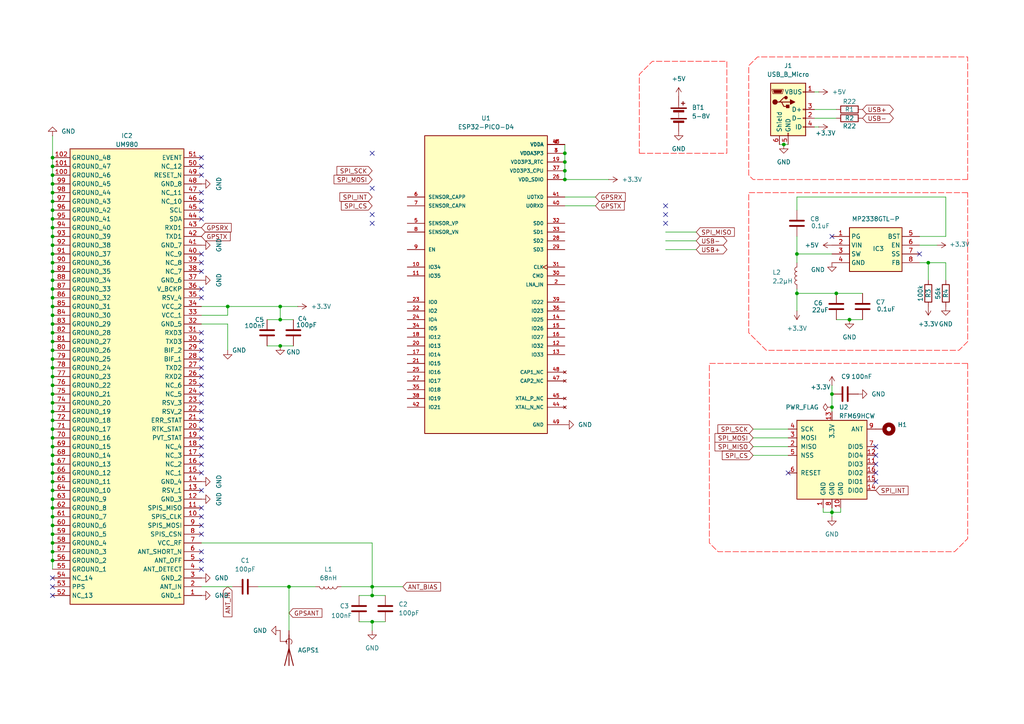
<source format=kicad_sch>
(kicad_sch (version 20250114) (generator "eeschema") (generator_version "9.0")
  (paper "A4")
  (lib_symbols
    (symbol "Connector:USB_B_Micro" (pin_names (offset 1.016))
      (property "Reference" "J" (at -5.08 11.43 0))
      (property "Value" "USB_B_Micro" (at -5.08 8.89 0))
      (symbol "USB_B_Micro_0_1"
        (rectangle (start -5.08 -7.62) (end 5.08 7.62) (stroke (width 0.254)) (fill (type background)))
        (polyline (pts (xy -4.699 5.842) (xy -4.699 5.588) (xy -4.445 4.826) (xy -4.445 4.572) (xy -1.651 4.572) (xy -1.651 4.826) (xy -1.397 5.588) (xy -1.397 5.842) (xy -4.699 5.842)))
        (polyline (pts (xy -4.318 5.588) (xy -1.778 5.588) (xy -2.032 4.826) (xy -4.064 4.826) (xy -4.318 5.588)) (fill (type outline)))
        (circle (center -3.81 2.159) (radius 0.635) (stroke (width 0.254)) (fill (type outline)))
        (polyline (pts (xy -3.175 2.159) (xy -2.54 2.159) (xy -1.27 3.429) (xy -0.635 3.429)) (stroke (width 0.254)))
        (polyline (pts (xy -2.54 2.159) (xy -1.905 2.159) (xy -1.27 0.889) (xy 0 0.889)) (stroke (width 0.254)))
        (polyline (pts (xy -1.905 2.159) (xy 0.635 2.159)) (stroke (width 0.254)))
        (circle (center -0.635 3.429) (radius 0.381) (stroke (width 0.254)) (fill (type outline)))
        (rectangle (start -0.127 -7.62) (end 0.127 -6.858))
        (rectangle (start 0.254 1.27) (end -0.508 0.508) (stroke (width 0.254)) (fill (type outline)))
        (polyline (pts (xy 0.635 2.794) (xy 0.635 1.524) (xy 1.905 2.159) (xy 0.635 2.794)) (stroke (width 0.254)) (fill (type outline)))
        (rectangle (start 5.08 4.953) (end 4.318 5.207))
        (rectangle (start 5.08 -0.127) (end 4.318 0.127))
        (rectangle (start 5.08 -2.667) (end 4.318 -2.413))
        (rectangle (start 5.08 -5.207) (end 4.318 -4.953))
      )
      (symbol "USB_B_Micro_1_1"
        (pin passive line (at -2.54 -10.16 90) (length 2.54) (name "Shield") (number "6"))
        (pin power_out line (at 0 -10.16 90) (length 2.54) (name "GND") (number "5"))
        (pin power_out line (at 7.62 5.08 180) (length 2.54) (name "VBUS") (number "1"))
        (pin bidirectional line (at 7.62 0 180) (length 2.54) (name "D+") (number "3"))
        (pin bidirectional line (at 7.62 -2.54 180) (length 2.54) (name "D-") (number "2"))
        (pin passive line (at 7.62 -5.08 180) (length 2.54) (name "ID") (number "4"))
      )
    )
    (symbol "Device:Antenna_Shield" (pin_numbers (hide yes)) (pin_names (offset 1.016) (hide yes))
      (property "Reference" "AE" (at -1.905 4.445 0))
      (property "Value" "Antenna_Shield" (at -1.905 2.54 0))
      (symbol "Antenna_Shield_0_1"
        (arc (start 0 -2.667) (mid -0.8485 -2.1032) (end -0.508 -1.143))
        (polyline (pts (xy 0 5.08) (xy 0 -3.81)) (stroke (width 0.254)))
        (polyline (pts (xy 0 -2.54) (xy 0 0)))
        (arc (start 0.508 -1.143) (mid 0.8046 -2.0885) (end 0 -2.667))
        (polyline (pts (xy 0.762 -1.905) (xy 2.54 -1.905)))
        (circle (center 0.762 -1.905) (radius 0.1778) (fill (type outline)))
        (polyline (pts (xy 1.27 5.08) (xy 0 0) (xy -1.27 5.08)) (stroke (width 0.254)))
        (polyline (pts (xy 2.54 -2.54) (xy 2.54 -1.905)))
      )
      (symbol "Antenna_Shield_1_1"
        (pin input line (at 0 -5.08 90) (length 2.54) (name "A") (number "1"))
        (pin input line (at 2.54 -5.08 90) (length 2.54) (name "Shield") (number "2"))
      )
    )
    (symbol "Device:Battery" (pin_numbers (hide yes)) (pin_names (offset 0) (hide yes))
      (property "Reference" "BT" (at 2.54 2.54 0))
      (property "Value" "Battery" (at 2.54 0 0))
      (symbol "Battery_0_1"
        (rectangle (start -2.286 1.778) (end 2.286 1.524) (fill (type outline)))
        (rectangle (start -2.286 -1.27) (end 2.286 -1.524) (fill (type outline)))
        (rectangle (start -1.524 1.016) (end 1.524 0.508) (fill (type outline)))
        (rectangle (start -1.524 -2.032) (end 1.524 -2.54) (fill (type outline)))
        (polyline (pts (xy 0 1.778) (xy 0 2.54)))
        (polyline (pts (xy 0 0) (xy 0 0.254)))
        (polyline (pts (xy 0 -0.508) (xy 0 -0.254)))
        (polyline (pts (xy 0 -1.016) (xy 0 -0.762)))
        (polyline (pts (xy 0.762 3.048) (xy 1.778 3.048)) (stroke (width 0.254)))
        (polyline (pts (xy 1.27 3.556) (xy 1.27 2.54)) (stroke (width 0.254)))
      )
      (symbol "Battery_1_1"
        (pin passive line (at 0 5.08 270) (length 2.54) (name "+") (number "1"))
        (pin passive line (at 0 -5.08 90) (length 2.54) (name "-") (number "2"))
      )
    )
    (symbol "Device:C" (pin_numbers (hide yes)) (pin_names (offset 0.254))
      (property "Reference" "C" (at 0.635 2.54 0))
      (property "Value" "C" (at 0.635 -2.54 0))
      (symbol "C_0_1"
        (polyline (pts (xy -2.032 0.762) (xy 2.032 0.762)) (stroke (width 0.508)))
        (polyline (pts (xy -2.032 -0.762) (xy 2.032 -0.762)) (stroke (width 0.508)))
      )
      (symbol "C_1_1"
        (pin passive line (at 0 3.81 270) (length 2.794) (name "~") (number "1"))
        (pin passive line (at 0 -3.81 90) (length 2.794) (name "~") (number "2"))
      )
    )
    (symbol "Device:L" (pin_numbers (hide yes)) (pin_names (offset 1.016) (hide yes))
      (property "Reference" "L" (at -1.27 0 90))
      (property "Value" "L" (at 1.905 0 90))
      (symbol "L_0_1"
        (arc (start 0 2.54) (mid 0.6323 1.905) (end 0 1.27))
        (arc (start 0 1.27) (mid 0.6323 0.635) (end 0 0))
        (arc (start 0 0) (mid 0.6323 -0.635) (end 0 -1.27))
        (arc (start 0 -1.27) (mid 0.6323 -1.905) (end 0 -2.54))
      )
      (symbol "L_1_1"
        (pin passive line (at 0 3.81 270) (length 1.27) (name "1") (number "1"))
        (pin passive line (at 0 -3.81 90) (length 1.27) (name "2") (number "2"))
      )
    )
    (symbol "Device:R" (pin_numbers (hide yes)) (pin_names (offset 0))
      (property "Reference" "R" (at 2.032 0 90))
      (property "Value" "R" (at 0 0 90))
      (symbol "R_0_1"
        (rectangle (start -1.016 -2.54) (end 1.016 2.54) (stroke (width 0.254)))
      )
      (symbol "R_1_1"
        (pin passive line (at 0 3.81 270) (length 1.27) (name "~") (number "1"))
        (pin passive line (at 0 -3.81 90) (length 1.27) (name "~") (number "2"))
      )
    )
    (symbol "ESP32-PICO:ESP32-PICO-D4" (pin_names (offset 1.016))
      (property "Reference" "U" (at -17.78 44.069 0))
      (property "Value" "ESP32-PICO-D4" (at -17.78 -45.72 0))
      (symbol "ESP32-PICO-D4_0_0"
        (rectangle (start -17.78 -43.18) (end 17.78 43.18) (stroke (width 0.254)) (fill (type background)))
        (pin input line (at -22.86 25.4 0) (length 5.08) (name "SENSOR_CAPP") (number "6"))
        (pin input line (at -22.86 22.86 0) (length 5.08) (name "SENSOR_CAPN") (number "7"))
        (pin input line (at -22.86 17.78 0) (length 5.08) (name "SENSOR_VP") (number "5"))
        (pin input line (at -22.86 15.24 0) (length 5.08) (name "SENSOR_VN") (number "8"))
        (pin input line (at -22.86 10.16 0) (length 5.08) (name "EN") (number "9"))
        (pin input line (at -22.86 5.08 0) (length 5.08) (name "IO34") (number "10"))
        (pin input line (at -22.86 2.54 0) (length 5.08) (name "IO35") (number "11"))
        (pin bidirectional line (at -22.86 -5.08 0) (length 5.08) (name "IO0") (number "23"))
        (pin bidirectional line (at -22.86 -7.62 0) (length 5.08) (name "IO2") (number "22"))
        (pin bidirectional line (at -22.86 -10.16 0) (length 5.08) (name "IO4") (number "24"))
        (pin bidirectional line (at -22.86 -12.7 0) (length 5.08) (name "IO5") (number "34"))
        (pin bidirectional line (at -22.86 -15.24 0) (length 5.08) (name "IO12") (number "18"))
        (pin bidirectional line (at -22.86 -17.78 0) (length 5.08) (name "IO13") (number "20"))
        (pin bidirectional line (at -22.86 -20.32 0) (length 5.08) (name "IO14") (number "17"))
        (pin bidirectional line (at -22.86 -22.86 0) (length 5.08) (name "IO15") (number "21"))
        (pin bidirectional line (at -22.86 -25.4 0) (length 5.08) (name "IO16") (number "25"))
        (pin bidirectional line (at -22.86 -27.94 0) (length 5.08) (name "IO17") (number "27"))
        (pin bidirectional line (at -22.86 -30.48 0) (length 5.08) (name "IO18") (number "35"))
        (pin bidirectional line (at -22.86 -33.02 0) (length 5.08) (name "IO19") (number "38"))
        (pin bidirectional line (at -22.86 -35.56 0) (length 5.08) (name "IO21") (number "42"))
        (pin power_in line (at 22.86 40.64 180) (length 5.08) (name "VDDA") (number "1"))
        (pin power_in line (at 22.86 40.64 180) (length 5.08) (name "VDDA") (number "43"))
        (pin power_in line (at 22.86 40.64 180) (length 5.08) (name "VDDA") (number "46"))
        (pin power_in line (at 22.86 38.1 180) (length 5.08) (name "VDDA3P3") (number "3"))
        (pin power_in line (at 22.86 38.1 180) (length 5.08) (name "VDDA3P3") (number "4"))
        (pin power_in line (at 22.86 35.56 180) (length 5.08) (name "VDD3P3_RTC") (number "19"))
        (pin power_in line (at 22.86 33.02 180) (length 5.08) (name "VDD3P3_CPU") (number "37"))
        (pin power_in line (at 22.86 30.48 180) (length 5.08) (name "VDD_SDIO") (number "26"))
        (pin bidirectional line (at 22.86 25.4 180) (length 5.08) (name "U0TXD") (number "41"))
        (pin bidirectional line (at 22.86 22.86 180) (length 5.08) (name "U0RXD") (number "40"))
        (pin bidirectional line (at 22.86 17.78 180) (length 5.08) (name "SD0") (number "32"))
        (pin bidirectional line (at 22.86 15.24 180) (length 5.08) (name "SD1") (number "33"))
        (pin bidirectional line (at 22.86 12.7 180) (length 5.08) (name "SD2") (number "28"))
        (pin bidirectional line (at 22.86 10.16 180) (length 5.08) (name "SD3") (number "29"))
        (pin bidirectional clock (at 22.86 5.08 180) (length 5.08) (name "CLK") (number "31"))
        (pin bidirectional line (at 22.86 2.54 180) (length 5.08) (name "CMD") (number "30"))
        (pin bidirectional line (at 22.86 0 180) (length 5.08) (name "LNA_IN") (number "2"))
        (pin bidirectional line (at 22.86 -5.08 180) (length 5.08) (name "IO22") (number "39"))
        (pin bidirectional line (at 22.86 -7.62 180) (length 5.08) (name "IO23") (number "36"))
        (pin bidirectional line (at 22.86 -10.16 180) (length 5.08) (name "IO25") (number "14"))
        (pin bidirectional line (at 22.86 -12.7 180) (length 5.08) (name "IO26") (number "15"))
        (pin bidirectional line (at 22.86 -15.24 180) (length 5.08) (name "IO27") (number "16"))
        (pin bidirectional line (at 22.86 -17.78 180) (length 5.08) (name "IO32") (number "12"))
        (pin bidirectional line (at 22.86 -20.32 180) (length 5.08) (name "IO33") (number "13"))
        (pin no_connect line (at 22.86 -25.4 180) (length 5.08) (name "CAP1_NC") (number "48"))
        (pin no_connect line (at 22.86 -27.94 180) (length 5.08) (name "CAP2_NC") (number "47"))
        (pin no_connect line (at 22.86 -33.02 180) (length 5.08) (name "XTAL_P_NC") (number "45"))
        (pin no_connect line (at 22.86 -35.56 180) (length 5.08) (name "XTAL_N_NC") (number "44"))
        (pin power_in line (at 22.86 -40.64 180) (length 5.08) (name "GND") (number "49"))
      )
    )
    (symbol "Mechanical:MountingHole_Pad" (pin_numbers (hide yes)) (pin_names (offset 1.016) (hide yes)) (in_bom no)
      (property "Reference" "H" (at 0 6.35 0))
      (property "Value" "MountingHole_Pad" (at 0 4.445 0))
      (symbol "MountingHole_Pad_0_1"
        (circle (center 0 1.27) (radius 1.27) (stroke (width 1.27)))
      )
      (symbol "MountingHole_Pad_1_1"
        (pin input line (at 0 -2.54 90) (length 2.54) (name "1") (number "1"))
      )
    )
    (symbol "RF_Module:RFM69HCW" (pin_names (offset 1.016))
      (property "Reference" "U" (at -10.414 11.684 0))
      (property "Value" "RFM69HCW" (at 1.524 11.43 0))
      (symbol "RFM69HCW_0_1"
        (rectangle (start -10.16 10.16) (end 10.16 -12.7) (stroke (width 0.254)) (fill (type background)))
      )
      (symbol "RFM69HCW_1_1"
        (pin input line (at -12.7 7.62 0) (length 2.54) (name "SCK") (number "4"))
        (pin input line (at -12.7 5.08 0) (length 2.54) (name "MOSI") (number "3"))
        (pin output line (at -12.7 2.54 0) (length 2.54) (name "MISO") (number "2"))
        (pin input line (at -12.7 0 0) (length 2.54) (name "NSS") (number "5"))
        (pin bidirectional line (at -12.7 -5.08 0) (length 2.54) (name "RESET") (number "6"))
        (pin power_in line (at -2.54 -15.24 90) (length 2.54) (name "GND") (number "1"))
        (pin power_in line (at 0 12.7 270) (length 2.54) (name "3.3V") (number "13"))
        (pin power_in line (at 0 -15.24 90) (length 2.54) (name "GND") (number "8"))
        (pin power_in line (at 2.54 -15.24 90) (length 2.54) (name "GND") (number "10"))
        (pin bidirectional line (at 12.7 7.62 180) (length 2.54) (name "ANT") (number "9"))
        (pin bidirectional line (at 12.7 2.54 180) (length 2.54) (name "DIO5") (number "7"))
        (pin bidirectional line (at 12.7 0 180) (length 2.54) (name "DIO4") (number "12"))
        (pin bidirectional line (at 12.7 -2.54 180) (length 2.54) (name "DIO3") (number "11"))
        (pin bidirectional line (at 12.7 -5.08 180) (length 2.54) (name "DIO2") (number "16"))
        (pin bidirectional line (at 12.7 -7.62 180) (length 2.54) (name "DIO1") (number "15"))
        (pin bidirectional line (at 12.7 -10.16 180) (length 2.54) (name "DIO0") (number "14"))
      )
    )
    (symbol "SamacSys_Parts:MP2338GTL-P"
      (property "Reference" "IC" (at 21.59 7.62 0))
      (property "Value" "MP2338GTL-P" (at 21.59 5.08 0))
      (symbol "MP2338GTL-P_1_1"
        (rectangle (start 5.08 2.54) (end 20.32 -10.16) (stroke (width 0.254)) (fill (type background)))
        (pin passive line (at 0 0 0) (length 5.08) (name "PG") (number "1"))
        (pin passive line (at 0 -2.54 0) (length 5.08) (name "VIN") (number "2"))
        (pin passive line (at 0 -5.08 0) (length 5.08) (name "SW") (number "3"))
        (pin passive line (at 0 -7.62 0) (length 5.08) (name "GND") (number "4"))
        (pin passive line (at 25.4 0 180) (length 5.08) (name "BST") (number "5"))
        (pin passive line (at 25.4 -2.54 180) (length 5.08) (name "EN") (number "6"))
        (pin passive line (at 25.4 -5.08 180) (length 5.08) (name "SS") (number "7"))
        (pin passive line (at 25.4 -7.62 180) (length 5.08) (name "FB") (number "8"))
      )
    )
    (symbol "SamacSys_Parts:UM980"
      (property "Reference" "IC" (at 39.37 7.62 0))
      (property "Value" "UM980" (at 39.37 5.08 0))
      (symbol "UM980_1_1"
        (rectangle (start 5.08 2.54) (end 38.1 -129.54) (stroke (width 0.254)) (fill (type background)))
        (pin passive line (at 0 0 0) (length 5.08) (name "GND_1") (number "1"))
        (pin passive line (at 0 -2.54 0) (length 5.08) (name "ANT_IN") (number "2"))
        (pin passive line (at 0 -5.08 0) (length 5.08) (name "GND_2") (number "3"))
        (pin passive line (at 0 -7.62 0) (length 5.08) (name "ANT_DETECT") (number "4"))
        (pin passive line (at 0 -10.16 0) (length 5.08) (name "ANT_OFF") (number "5"))
        (pin passive line (at 0 -12.7 0) (length 5.08) (name "ANT_SHORT_N") (number "6"))
        (pin passive line (at 0 -15.24 0) (length 5.08) (name "VCC_RF") (number "7"))
        (pin passive line (at 0 -17.78 0) (length 5.08) (name "SPIS_CSN") (number "8"))
        (pin passive line (at 0 -20.32 0) (length 5.08) (name "SPIS_MOSI") (number "9"))
        (pin passive line (at 0 -22.86 0) (length 5.08) (name "SPIS_CLK") (number "10"))
        (pin passive line (at 0 -25.4 0) (length 5.08) (name "SPIS_MISO") (number "11"))
        (pin passive line (at 0 -27.94 0) (length 5.08) (name "GND_3") (number "12"))
        (pin passive line (at 0 -30.48 0) (length 5.08) (name "RSV_1") (number "13"))
        (pin passive line (at 0 -33.02 0) (length 5.08) (name "GND_4") (number "14"))
        (pin passive line (at 0 -35.56 0) (length 5.08) (name "NC_1") (number "15"))
        (pin passive line (at 0 -38.1 0) (length 5.08) (name "NC_2") (number "16"))
        (pin passive line (at 0 -40.64 0) (length 5.08) (name "NC_3") (number "17"))
        (pin passive line (at 0 -43.18 0) (length 5.08) (name "NC_4") (number "18"))
        (pin passive line (at 0 -45.72 0) (length 5.08) (name "PVT_STAT") (number "19"))
        (pin passive line (at 0 -48.26 0) (length 5.08) (name "RTK_STAT") (number "20"))
        (pin passive line (at 0 -50.8 0) (length 5.08) (name "ERR_STAT") (number "21"))
        (pin passive line (at 0 -53.34 0) (length 5.08) (name "RSV_2") (number "22"))
        (pin passive line (at 0 -55.88 0) (length 5.08) (name "RSV_3") (number "23"))
        (pin passive line (at 0 -58.42 0) (length 5.08) (name "NC_5") (number "24"))
        (pin passive line (at 0 -60.96 0) (length 5.08) (name "NC_6") (number "25"))
        (pin passive line (at 0 -63.5 0) (length 5.08) (name "RXD2") (number "26"))
        (pin passive line (at 0 -66.04 0) (length 5.08) (name "TXD2") (number "27"))
        (pin passive line (at 0 -68.58 0) (length 5.08) (name "BIF_1") (number "28"))
        (pin passive line (at 0 -71.12 0) (length 5.08) (name "BIF_2") (number "29"))
        (pin passive line (at 0 -73.66 0) (length 5.08) (name "TXD3") (number "30"))
        (pin passive line (at 0 -76.2 0) (length 5.08) (name "RXD3") (number "31"))
        (pin passive line (at 0 -78.74 0) (length 5.08) (name "GND_5") (number "32"))
        (pin passive line (at 0 -81.28 0) (length 5.08) (name "VCC_1") (number "33"))
        (pin passive line (at 0 -83.82 0) (length 5.08) (name "VCC_2") (number "34"))
        (pin passive line (at 0 -86.36 0) (length 5.08) (name "RSV_4") (number "35"))
        (pin passive line (at 0 -88.9 0) (length 5.08) (name "V_BCKP") (number "36"))
        (pin passive line (at 0 -91.44 0) (length 5.08) (name "GND_6") (number "37"))
        (pin passive line (at 0 -93.98 0) (length 5.08) (name "NC_7") (number "38"))
        (pin passive line (at 0 -96.52 0) (length 5.08) (name "NC_8") (number "39"))
        (pin passive line (at 0 -99.06 0) (length 5.08) (name "NC_9") (number "40"))
        (pin passive line (at 0 -101.6 0) (length 5.08) (name "GND_7") (number "41"))
        (pin passive line (at 0 -104.14 0) (length 5.08) (name "TXD1") (number "42"))
        (pin passive line (at 0 -106.68 0) (length 5.08) (name "RXD1") (number "43"))
        (pin passive line (at 0 -109.22 0) (length 5.08) (name "SDA") (number "44"))
        (pin passive line (at 0 -111.76 0) (length 5.08) (name "SCL") (number "45"))
        (pin passive line (at 0 -114.3 0) (length 5.08) (name "NC_10") (number "46"))
        (pin passive line (at 0 -116.84 0) (length 5.08) (name "NC_11") (number "47"))
        (pin passive line (at 0 -119.38 0) (length 5.08) (name "GND_8") (number "48"))
        (pin passive line (at 0 -121.92 0) (length 5.08) (name "RESET_N") (number "49"))
        (pin passive line (at 0 -124.46 0) (length 5.08) (name "NC_12") (number "50"))
        (pin passive line (at 0 -127 0) (length 5.08) (name "EVENT") (number "51"))
        (pin passive line (at 43.18 0 180) (length 5.08) (name "NC_13") (number "52"))
        (pin passive line (at 43.18 -2.54 180) (length 5.08) (name "PPS") (number "53"))
        (pin passive line (at 43.18 -5.08 180) (length 5.08) (name "NC_14") (number "54"))
        (pin passive line (at 43.18 -7.62 180) (length 5.08) (name "GROUND_1") (number "55"))
        (pin passive line (at 43.18 -10.16 180) (length 5.08) (name "GROUND_2") (number "56"))
        (pin passive line (at 43.18 -12.7 180) (length 5.08) (name "GROUND_3") (number "57"))
        (pin passive line (at 43.18 -15.24 180) (length 5.08) (name "GROUND_4") (number "58"))
        (pin passive line (at 43.18 -17.78 180) (length 5.08) (name "GROUND_5") (number "59"))
        (pin passive line (at 43.18 -20.32 180) (length 5.08) (name "GROUND_6") (number "60"))
        (pin passive line (at 43.18 -22.86 180) (length 5.08) (name "GROUND_7") (number "61"))
        (pin passive line (at 43.18 -25.4 180) (length 5.08) (name "GROUND_8") (number "62"))
        (pin passive line (at 43.18 -27.94 180) (length 5.08) (name "GROUND_9") (number "63"))
        (pin passive line (at 43.18 -30.48 180) (length 5.08) (name "GROUND_10") (number "64"))
        (pin passive line (at 43.18 -33.02 180) (length 5.08) (name "GROUND_11") (number "65"))
        (pin passive line (at 43.18 -35.56 180) (length 5.08) (name "GROUND_12") (number "66"))
        (pin passive line (at 43.18 -38.1 180) (length 5.08) (name "GROUND_13") (number "67"))
        (pin passive line (at 43.18 -40.64 180) (length 5.08) (name "GROUND_14") (number "68"))
        (pin passive line (at 43.18 -43.18 180) (length 5.08) (name "GROUND_15") (number "69"))
        (pin passive line (at 43.18 -45.72 180) (length 5.08) (name "GROUND_16") (number "70"))
        (pin passive line (at 43.18 -48.26 180) (length 5.08) (name "GROUND_17") (number "71"))
        (pin passive line (at 43.18 -50.8 180) (length 5.08) (name "GROUND_18") (number "72"))
        (pin passive line (at 43.18 -53.34 180) (length 5.08) (name "GROUND_19") (number "73"))
        (pin passive line (at 43.18 -55.88 180) (length 5.08) (name "GROUND_20") (number "74"))
        (pin passive line (at 43.18 -58.42 180) (length 5.08) (name "GROUND_21") (number "75"))
        (pin passive line (at 43.18 -60.96 180) (length 5.08) (name "GROUND_22") (number "76"))
        (pin passive line (at 43.18 -63.5 180) (length 5.08) (name "GROUND_23") (number "77"))
        (pin passive line (at 43.18 -66.04 180) (length 5.08) (name "GROUND_24") (number "78"))
        (pin passive line (at 43.18 -68.58 180) (length 5.08) (name "GROUND_25") (number "79"))
        (pin passive line (at 43.18 -71.12 180) (length 5.08) (name "GROUND_26") (number "80"))
        (pin passive line (at 43.18 -73.66 180) (length 5.08) (name "GROUND_27") (number "81"))
        (pin passive line (at 43.18 -76.2 180) (length 5.08) (name "GROUND_28") (number "82"))
        (pin passive line (at 43.18 -78.74 180) (length 5.08) (name "GROUND_29") (number "83"))
        (pin passive line (at 43.18 -81.28 180) (length 5.08) (name "GROUND_30") (number "84"))
        (pin passive line (at 43.18 -83.82 180) (length 5.08) (name "GROUND_31") (number "85"))
        (pin passive line (at 43.18 -86.36 180) (length 5.08) (name "GROUND_32") (number "86"))
        (pin passive line (at 43.18 -88.9 180) (length 5.08) (name "GROUND_33") (number "87"))
        (pin passive line (at 43.18 -91.44 180) (length 5.08) (name "GROUND_34") (number "88"))
        (pin passive line (at 43.18 -93.98 180) (length 5.08) (name "GROUND_35") (number "89"))
        (pin passive line (at 43.18 -96.52 180) (length 5.08) (name "GROUND_36") (number "90"))
        (pin passive line (at 43.18 -99.06 180) (length 5.08) (name "GROUND_37") (number "91"))
        (pin passive line (at 43.18 -101.6 180) (length 5.08) (name "GROUND_38") (number "92"))
        (pin passive line (at 43.18 -104.14 180) (length 5.08) (name "GROUND_39") (number "93"))
        (pin passive line (at 43.18 -106.68 180) (length 5.08) (name "GROUND_40") (number "94"))
        (pin passive line (at 43.18 -109.22 180) (length 5.08) (name "GROUND_41") (number "95"))
        (pin passive line (at 43.18 -111.76 180) (length 5.08) (name "GROUND_42") (number "96"))
        (pin passive line (at 43.18 -114.3 180) (length 5.08) (name "GROUND_43") (number "97"))
        (pin passive line (at 43.18 -116.84 180) (length 5.08) (name "GROUND_44") (number "98"))
        (pin passive line (at 43.18 -119.38 180) (length 5.08) (name "GROUND_45") (number "99"))
        (pin passive line (at 43.18 -121.92 180) (length 5.08) (name "GROUND_46") (number "100"))
        (pin passive line (at 43.18 -124.46 180) (length 5.08) (name "GROUND_47") (number "101"))
        (pin passive line (at 43.18 -127 180) (length 5.08) (name "GROUND_48") (number "102"))
      )
    )
    (symbol "power:+3.3V" (power) (pin_numbers (hide yes)) (pin_names (offset 0) (hide yes))
      (property "Value" "+3.3V" (at 0 3.556 0))
      (symbol "+3.3V_0_1"
        (polyline (pts (xy -0.762 1.27) (xy 0 2.54)))
        (polyline (pts (xy 0 2.54) (xy 0.762 1.27)))
        (polyline (pts (xy 0 0) (xy 0 2.54)))
      )
      (symbol "+3.3V_1_1"
        (pin power_in line (at 0 0 90) (length 0) (name "~") (number "1"))
      )
    )
    (symbol "power:+5V" (power) (pin_numbers (hide yes)) (pin_names (offset 0) (hide yes))
      (property "Value" "+5V" (at 0 3.556 0))
      (symbol "+5V_0_1"
        (polyline (pts (xy -0.762 1.27) (xy 0 2.54)))
        (polyline (pts (xy 0 2.54) (xy 0.762 1.27)))
        (polyline (pts (xy 0 0) (xy 0 2.54)))
      )
      (symbol "+5V_1_1"
        (pin power_in line (at 0 0 90) (length 0) (name "~") (number "1"))
      )
    )
    (symbol "power:GND" (power) (pin_numbers (hide yes)) (pin_names (offset 0) (hide yes))
      (property "Value" "GND" (at 0 -3.81 0))
      (symbol "GND_0_1"
        (polyline (pts (xy 0 0) (xy 0 -1.27) (xy 1.27 -1.27) (xy 0 -2.54) (xy -1.27 -1.27) (xy 0 -1.27)))
      )
      (symbol "GND_1_1"
        (pin power_in line (at 0 0 270) (length 0) (name "~") (number "1"))
      )
    )
    (symbol "power:PWR_FLAG" (power) (pin_numbers (hide yes)) (pin_names (offset 0) (hide yes))
      (property "Value" "PWR_FLAG" (at 0 3.81 0))
      (symbol "PWR_FLAG_0_0"
        (pin power_out line (at 0 0 90) (length 0) (name "~") (number "1"))
      )
      (symbol "PWR_FLAG_0_1"
        (polyline (pts (xy 0 0) (xy 0 1.27) (xy -1.016 1.905) (xy 0 2.54) (xy 1.016 1.905) (xy 0 1.27)))
      )
    )
  )
  (junction (at 15.24 160.02))
  (junction (at 15.24 129.54))
  (junction (at 163.83 46.99))
  (junction (at 15.24 63.5))
  (junction (at 107.95 170.18))
  (junction (at 15.24 58.42))
  (junction (at 241.3 118.11))
  (junction (at 269.24 76.2))
  (junction (at 231.14 85.09))
  (junction (at 81.28 88.9))
  (junction (at 15.24 154.94))
  (junction (at 15.24 96.52))
  (junction (at 163.83 52.07))
  (junction (at 15.24 132.08))
  (junction (at 15.24 109.22))
  (junction (at 15.24 66.04))
  (junction (at 15.24 73.66))
  (junction (at 15.24 116.84))
  (junction (at 15.24 88.9))
  (junction (at 241.3 114.3))
  (junction (at 231.14 73.66))
  (junction (at 15.24 50.8))
  (junction (at 15.24 91.44))
  (junction (at 15.24 55.88))
  (junction (at 83.82 170.18))
  (junction (at 107.95 180.34))
  (junction (at 241.3 148.59))
  (junction (at 15.24 78.74))
  (junction (at 15.24 144.78))
  (junction (at 15.24 48.26))
  (junction (at 15.24 157.48))
  (junction (at 15.24 114.3))
  (junction (at 15.24 152.4))
  (junction (at 15.24 104.14))
  (junction (at 242.57 85.09))
  (junction (at 15.24 93.98))
  (junction (at 81.28 92.71))
  (junction (at 227.33 41.91))
  (junction (at 15.24 81.28))
  (junction (at 15.24 149.86))
  (junction (at 163.83 44.45))
  (junction (at 15.24 60.96))
  (junction (at 15.24 76.2))
  (junction (at 15.24 139.7))
  (junction (at 15.24 101.6))
  (junction (at 15.24 121.92))
  (junction (at 15.24 68.58))
  (junction (at 15.24 99.06))
  (junction (at 15.24 45.72))
  (junction (at 81.28 100.33))
  (junction (at 15.24 127))
  (junction (at 15.24 111.76))
  (junction (at 15.24 147.32))
  (junction (at 15.24 124.46))
  (junction (at 15.24 142.24))
  (junction (at 15.24 106.68))
  (junction (at 107.95 172.72))
  (junction (at 163.83 49.53))
  (junction (at 15.24 71.12))
  (junction (at 15.24 83.82))
  (junction (at 15.24 119.38))
  (junction (at 66.04 88.9))
  (junction (at 15.24 137.16))
  (junction (at 15.24 162.56))
  (junction (at 246.38 92.71))
  (junction (at 15.24 134.62))
  (junction (at 15.24 86.36))
  (junction (at 15.24 53.34))
  (no_connect (at 228.6 137.16))
  (no_connect (at 58.42 114.3))
  (no_connect (at 58.42 60.96))
  (no_connect (at 58.42 134.62))
  (no_connect (at 58.42 162.56))
  (no_connect (at 58.42 45.72))
  (no_connect (at 15.24 167.64))
  (no_connect (at 58.42 109.22))
  (no_connect (at 58.42 104.14))
  (no_connect (at 58.42 86.36))
  (no_connect (at 58.42 116.84))
  (no_connect (at 58.42 111.76))
  (no_connect (at 58.42 119.38))
  (no_connect (at 58.42 147.32))
  (no_connect (at 58.42 106.68))
  (no_connect (at 58.42 99.06))
  (no_connect (at 58.42 129.54))
  (no_connect (at 254 129.54))
  (no_connect (at 254 137.16))
  (no_connect (at 58.42 160.02))
  (no_connect (at 58.42 48.26))
  (no_connect (at 15.24 172.72))
  (no_connect (at 58.42 132.08))
  (no_connect (at 193.04 59.69))
  (no_connect (at 107.95 62.23))
  (no_connect (at 58.42 58.42))
  (no_connect (at 58.42 101.6))
  (no_connect (at 58.42 149.86))
  (no_connect (at 193.04 64.77))
  (no_connect (at 58.42 142.24))
  (no_connect (at 58.42 78.74))
  (no_connect (at 58.42 50.8))
  (no_connect (at 107.95 54.61))
  (no_connect (at 241.3 68.58))
  (no_connect (at 58.42 73.66))
  (no_connect (at 58.42 76.2))
  (no_connect (at 58.42 127))
  (no_connect (at 58.42 55.88))
  (no_connect (at 58.42 83.82))
  (no_connect (at 58.42 152.4))
  (no_connect (at 58.42 121.92))
  (no_connect (at 58.42 154.94))
  (no_connect (at 266.7 73.66))
  (no_connect (at 107.95 44.45))
  (no_connect (at 58.42 96.52))
  (no_connect (at 58.42 63.5))
  (no_connect (at 58.42 124.46))
  (no_connect (at 107.95 64.77))
  (no_connect (at 254 134.62))
  (no_connect (at 193.04 62.23))
  (no_connect (at 58.42 137.16))
  (no_connect (at 254 132.08))
  (no_connect (at 254 139.7))
  (no_connect (at 58.42 165.1))
  (no_connect (at 15.24 170.18))
  (wire (pts (xy 15.24 137.16) (xy 15.24 139.7)))
  (wire (pts (xy 15.24 50.8) (xy 15.24 53.34)))
  (wire (pts (xy 15.24 132.08) (xy 15.24 134.62)))
  (wire (pts (xy 15.24 78.74) (xy 15.24 81.28)))
  (wire (pts (xy 231.14 85.09) (xy 242.57 85.09)))
  (wire (pts (xy 107.95 180.34) (xy 107.95 182.88)))
  (wire (pts (xy 15.24 144.78) (xy 15.24 147.32)))
  (wire (pts (xy 274.32 76.2) (xy 274.32 81.28)))
  (wire (pts (xy 163.83 59.69) (xy 172.72 59.69)))
  (wire (pts (xy 15.24 114.3) (xy 15.24 116.84)))
  (wire (pts (xy 66.04 88.9) (xy 81.28 88.9)))
  (wire (pts (xy 15.24 68.58) (xy 15.24 71.12)))
  (wire (pts (xy 163.83 46.99) (xy 163.83 49.53)))
  (wire (pts (xy 15.24 139.7) (xy 15.24 142.24)))
  (wire (pts (xy 66.04 91.44) (xy 66.04 88.9)))
  (wire (pts (xy 163.83 49.53) (xy 163.83 52.07)))
  (wire (pts (xy 274.32 57.15) (xy 274.32 68.58)))
  (wire (pts (xy 15.24 121.92) (xy 15.24 124.46)))
  (wire (pts (xy 66.04 93.98) (xy 58.42 93.98)))
  (wire (pts (xy 15.24 106.68) (xy 15.24 109.22)))
  (wire (pts (xy 15.24 160.02) (xy 15.24 162.56)))
  (wire (pts (xy 238.76 147.32) (xy 238.76 148.59)))
  (wire (pts (xy 236.22 36.83) (xy 237.49 36.83)))
  (wire (pts (xy 236.22 26.67) (xy 237.49 26.67)))
  (wire (pts (xy 241.3 73.66) (xy 231.14 73.66)))
  (wire (pts (xy 83.82 170.18) (xy 83.82 182.88)))
  (wire (pts (xy 15.24 106.68) (xy 15.24 104.14)))
  (wire (pts (xy 15.24 124.46) (xy 15.24 127)))
  (wire (pts (xy 15.24 127) (xy 15.24 129.54)))
  (wire (pts (xy 15.24 45.72) (xy 15.24 39.37)))
  (wire (pts (xy 15.24 71.12) (xy 15.24 73.66)))
  (wire (pts (xy 15.24 60.96) (xy 15.24 63.5)))
  (wire (pts (xy 15.24 142.24) (xy 15.24 144.78)))
  (wire (pts (xy 218.44 132.08) (xy 228.6 132.08)))
  (wire (pts (xy 77.47 100.33) (xy 81.28 100.33)))
  (wire (pts (xy 15.24 147.32) (xy 15.24 149.86)))
  (wire (pts (xy 15.24 48.26) (xy 15.24 45.72)))
  (wire (pts (xy 15.24 48.26) (xy 15.24 50.8)))
  (wire (pts (xy 15.24 152.4) (xy 15.24 154.94)))
  (wire (pts (xy 231.14 85.09) (xy 231.14 90.17)))
  (wire (pts (xy 107.95 157.48) (xy 107.95 170.18)))
  (wire (pts (xy 15.24 73.66) (xy 15.24 76.2)))
  (wire (pts (xy 227.33 41.91) (xy 228.6 41.91)))
  (wire (pts (xy 15.24 119.38) (xy 15.24 121.92)))
  (wire (pts (xy 81.28 100.33) (xy 85.09 100.33)))
  (wire (pts (xy 238.76 148.59) (xy 241.3 148.59)))
  (wire (pts (xy 231.14 68.58) (xy 231.14 73.66)))
  (wire (pts (xy 15.24 157.48) (xy 15.24 160.02)))
  (wire (pts (xy 193.04 69.85) (xy 201.93 69.85)))
  (wire (pts (xy 15.24 91.44) (xy 15.24 93.98)))
  (wire (pts (xy 74.93 170.18) (xy 83.82 170.18)))
  (wire (pts (xy 15.24 55.88) (xy 15.24 53.34)))
  (wire (pts (xy 246.38 92.71) (xy 250.19 92.71)))
  (wire (pts (xy 15.24 81.28) (xy 15.24 83.82)))
  (wire (pts (xy 241.3 111.76) (xy 241.3 114.3)))
  (wire (pts (xy 241.3 148.59) (xy 243.84 148.59)))
  (wire (pts (xy 231.14 83.82) (xy 231.14 85.09)))
  (wire (pts (xy 241.3 147.32) (xy 241.3 148.59)))
  (wire (pts (xy 15.24 93.98) (xy 15.24 96.52)))
  (wire (pts (xy 58.42 157.48) (xy 107.95 157.48)))
  (wire (pts (xy 242.57 85.09) (xy 250.19 85.09)))
  (wire (pts (xy 266.7 76.2) (xy 269.24 76.2)))
  (wire (pts (xy 218.44 124.46) (xy 228.6 124.46)))
  (wire (pts (xy 241.3 148.59) (xy 241.3 149.86)))
  (wire (pts (xy 226.06 41.91) (xy 227.33 41.91)))
  (wire (pts (xy 58.42 170.18) (xy 67.31 170.18)))
  (wire (pts (xy 241.3 114.3) (xy 241.3 118.11)))
  (wire (pts (xy 15.24 58.42) (xy 15.24 55.88)))
  (wire (pts (xy 242.57 92.71) (xy 246.38 92.71)))
  (wire (pts (xy 15.24 99.06) (xy 15.24 101.6)))
  (wire (pts (xy 271.78 71.12) (xy 266.7 71.12)))
  (wire (pts (xy 15.24 83.82) (xy 15.24 86.36)))
  (wire (pts (xy 15.24 88.9) (xy 15.24 91.44)))
  (wire (pts (xy 15.24 116.84) (xy 15.24 119.38)))
  (wire (pts (xy 231.14 57.15) (xy 274.32 57.15)))
  (wire (pts (xy 15.24 162.56) (xy 15.24 165.1)))
  (wire (pts (xy 111.76 172.72) (xy 107.95 172.72)))
  (wire (pts (xy 111.76 180.34) (xy 107.95 180.34)))
  (wire (pts (xy 269.24 76.2) (xy 274.32 76.2)))
  (wire (pts (xy 243.84 147.32) (xy 243.84 148.59)))
  (wire (pts (xy 15.24 76.2) (xy 15.24 78.74)))
  (wire (pts (xy 15.24 101.6) (xy 15.24 104.14)))
  (wire (pts (xy 15.24 129.54) (xy 15.24 132.08)))
  (wire (pts (xy 163.83 44.45) (xy 163.83 46.99)))
  (wire (pts (xy 99.06 170.18) (xy 107.95 170.18)))
  (wire (pts (xy 163.83 41.91) (xy 163.83 44.45)))
  (wire (pts (xy 85.09 92.71) (xy 81.28 92.71)))
  (wire (pts (xy 274.32 68.58) (xy 266.7 68.58)))
  (wire (pts (xy 81.28 88.9) (xy 86.36 88.9)))
  (wire (pts (xy 193.04 67.31) (xy 201.93 67.31)))
  (wire (pts (xy 66.04 101.6) (xy 66.04 93.98)))
  (wire (pts (xy 241.3 118.11) (xy 241.3 119.38)))
  (wire (pts (xy 231.14 73.66) (xy 231.14 76.2)))
  (wire (pts (xy 15.24 86.36) (xy 15.24 88.9)))
  (wire (pts (xy 15.24 134.62) (xy 15.24 137.16)))
  (wire (pts (xy 218.44 127) (xy 228.6 127)))
  (wire (pts (xy 107.95 170.18) (xy 116.84 170.18)))
  (wire (pts (xy 104.14 172.72) (xy 107.95 172.72)))
  (wire (pts (xy 15.24 68.58) (xy 15.24 66.04)))
  (wire (pts (xy 218.44 129.54) (xy 228.6 129.54)))
  (wire (pts (xy 231.14 57.15) (xy 231.14 60.96)))
  (wire (pts (xy 15.24 111.76) (xy 15.24 114.3)))
  (wire (pts (xy 107.95 172.72) (xy 107.95 170.18)))
  (wire (pts (xy 15.24 63.5) (xy 15.24 66.04)))
  (wire (pts (xy 77.47 92.71) (xy 81.28 92.71)))
  (wire (pts (xy 201.93 72.39) (xy 193.04 72.39)))
  (wire (pts (xy 58.42 91.44) (xy 66.04 91.44)))
  (wire (pts (xy 15.24 154.94) (xy 15.24 157.48)))
  (wire (pts (xy 15.24 109.22) (xy 15.24 111.76)))
  (wire (pts (xy 163.83 57.15) (xy 172.72 57.15)))
  (wire (pts (xy 163.83 52.07) (xy 176.53 52.07)))
  (wire (pts (xy 15.24 149.86) (xy 15.24 152.4)))
  (wire (pts (xy 15.24 96.52) (xy 15.24 99.06)))
  (wire (pts (xy 236.22 34.29) (xy 242.57 34.29)))
  (wire (pts (xy 58.42 88.9) (xy 66.04 88.9)))
  (wire (pts (xy 236.22 31.75) (xy 242.57 31.75)))
  (wire (pts (xy 83.82 170.18) (xy 91.44 170.18)))
  (wire (pts (xy 15.24 58.42) (xy 15.24 60.96)))
  (wire (pts (xy 269.24 76.2) (xy 269.24 81.28)))
  (wire (pts (xy 104.14 180.34) (xy 107.95 180.34)))
  (wire (pts (xy 81.28 92.71) (xy 81.28 88.9)))
  (global_label "ANT_BIAS" (shape input) (at 116.84 170.18 0) (property "Intersheetrefs" "${INTERSHEET_REFS}" (effects (hide yes))))
  (global_label "SPI_MOSI" (shape input) (at 218.44 127 180) (property "Intersheetrefs" "${INTERSHEET_REFS}" (effects (hide yes))))
  (global_label "GPSTX" (shape input) (at 58.42 68.58 0) (property "Intersheetrefs" "${INTERSHEET_REFS}" (effects (hide yes))))
  (global_label "SPI_INT" (shape input) (at 107.95 57.15 180) (property "Intersheetrefs" "${INTERSHEET_REFS}" (effects (hide yes))))
  (global_label "ANT_IN" (shape input) (at 66.04 170.18 270) (property "Intersheetrefs" "${INTERSHEET_REFS}" (effects (hide yes))))
  (global_label "GPSTX" (shape input) (at 172.72 59.69 0) (property "Intersheetrefs" "${INTERSHEET_REFS}" (effects (hide yes))))
  (global_label "SPI_CS" (shape input) (at 218.44 132.08 180) (property "Intersheetrefs" "${INTERSHEET_REFS}" (effects (hide yes))))
  (global_label "SPI_INT" (shape input) (at 254 142.24 0) (property "Intersheetrefs" "${INTERSHEET_REFS}" (effects (hide yes))))
  (global_label "USB-" (shape bidirectional) (at 201.93 69.85 0) (property "Intersheetrefs" "${INTERSHEET_REFS}" (effects (hide yes))))
  (global_label "SPI_SCK" (shape input) (at 107.95 49.53 180) (property "Intersheetrefs" "${INTERSHEET_REFS}" (effects (hide yes))))
  (global_label "SPI_MOSI" (shape input) (at 107.95 52.07 180) (property "Intersheetrefs" "${INTERSHEET_REFS}" (effects (hide yes))))
  (global_label "USB+" (shape bidirectional) (at 201.93 72.39 0) (property "Intersheetrefs" "${INTERSHEET_REFS}" (effects (hide yes))))
  (global_label "SPI_MISO" (shape input) (at 218.44 129.54 180) (property "Intersheetrefs" "${INTERSHEET_REFS}" (effects (hide yes))))
  (global_label "USB-" (shape bidirectional) (at 250.19 34.29 0) (property "Intersheetrefs" "${INTERSHEET_REFS}" (effects (hide yes))))
  (global_label "SPI_SCK" (shape input) (at 218.44 124.46 180) (property "Intersheetrefs" "${INTERSHEET_REFS}" (effects (hide yes))))
  (global_label "GPSANT" (shape input) (at 83.82 177.8 0) (property "Intersheetrefs" "${INTERSHEET_REFS}" (effects (hide yes))))
  (global_label "GPSRX" (shape input) (at 58.42 66.04 0) (property "Intersheetrefs" "${INTERSHEET_REFS}" (effects (hide yes))))
  (global_label "SPI_CS" (shape input) (at 107.95 59.69 180) (property "Intersheetrefs" "${INTERSHEET_REFS}" (effects (hide yes))))
  (global_label "USB+" (shape bidirectional) (at 250.19 31.75 0) (property "Intersheetrefs" "${INTERSHEET_REFS}" (effects (hide yes))))
  (global_label "GPSRX" (shape input) (at 172.72 57.15 0) (property "Intersheetrefs" "${INTERSHEET_REFS}" (effects (hide yes))))
  (global_label "SPI_MISO" (shape input) (at 201.93 67.31 0) (property "Intersheetrefs" "${INTERSHEET_REFS}" (effects (hide yes))))
  (rule_area (polyline (pts (xy 280.67 52.07) (xy 280.67 16.51) (xy 219.71 16.51) (xy 217.17 19.05) (xy 217.17 50.8) (xy 218.44 52.07)) (stroke (width 0) (type dash))))
  (rule_area (polyline (pts (xy 185.42 44.45) (xy 210.82 44.45) (xy 210.82 17.78) (xy 189.23 17.78) (xy 185.42 21.59)) (stroke (width 0) (type dash))))
  (rule_area (polyline (pts (xy 280.67 55.88) (xy 217.17 55.88) (xy 217.17 96.52) (xy 222.25 101.6) (xy 278.13 101.6) (xy 280.67 99.06)) (stroke (width 0) (type dash))))
  (rule_area (polyline (pts (xy 280.67 105.41) (xy 205.74 105.41) (xy 205.74 157.48) (xy 208.28 160.02) (xy 276.86 160.02) (xy 280.67 156.21)) (stroke (width 0) (type dash))))
  (symbol (lib_id "Device:R") (at 274.32 85.09 0) (unit 1)
    (property "Reference" "R4" (at 274.32 85.09 90))
    (property "Value" "56k" (at 272.034 85.09 90))
    (property "Footprint" "Resistor_SMD:R_0201_0603Metric_Pad0.64x0.40mm_HandSolder" (effects (hide yes)))
    (property "Description" "Resistor" (effects (hide yes)))
  )
  (symbol (lib_id "power:+3.3V") (at 269.24 88.9 180) (unit 1)
    (property "Reference" "#PWR028" (effects (hide yes)))
    (property "Value" "+3.3V" (at 269.24 93.98 0))
    (property "Description" "Power symbol creates a global label with name \"+3.3V\"" (effects (hide yes)))
  )
  (symbol (lib_id "power:GND") (at 246.38 92.71 0) (unit 1)
    (property "Reference" "#PWR024" (effects (hide yes)))
    (property "Value" "GND" (at 246.38 97.79 0))
    (property "Description" "Power symbol creates a global label with name \"GND\" , ground" (effects (hide yes)))
  )
  (symbol (lib_id "power:GND") (at 15.24 39.37 180) (unit 1)
    (property "Reference" "#PWR01" (effects (hide yes)))
    (property "Value" "GND" (at 17.78 38.0999 0) (effects (justify right)))
    (property "Description" "Power symbol creates a global label with name \"GND\" , ground" (effects (hide yes)))
  )
  (symbol (lib_id "power:+3.3V") (at 241.3 111.76 0) (unit 1)
    (property "Reference" "#PWR04" (effects (hide yes)))
    (property "Value" "+3.3V" (at 237.998 112.268 0))
    (property "Description" "Power symbol creates a global label with name \"+3.3V\"" (effects (hide yes)))
  )
  (symbol (lib_id "SamacSys_Parts:MP2338GTL-P") (at 241.3 68.58 0) (unit 1)
    (property "Reference" "IC3" (at 254.762 72.136 0))
    (property "Value" "MP2338GTL-P" (at 254 63.5 0))
    (property "Footprint" "SamacSys_Parts:SOTFL50P160X60-8N" (effects (hide yes)))
    (property "Datasheet" "https://www.monolithicpower.com/en/documentview/productdocument/index/version/2/document_type/Datasheet/lang/en/sku/MP2338GTL/document_id/9461/" (effects (hide yes)))
    (property "Description" "Switching Voltage Regulators High-Efficiency,28V,3A,430kHz Synchronous Buck with PG and ext.SS In SOT583 Package" (effects (hide yes)))
    (property "Height" "0.6" (effects (hide yes)))
    (property "Manufacturer_Name" "Monolithic Power Systems (MPS)" (effects (hide yes)))
    (property "Manufacturer_Part_Number" "MP2338GTL-P" (effects (hide yes)))
    (property "Mouser Part Number" "946-MP2338GTL-P" (effects (hide yes)))
    (property "Mouser Price/Stock" "https://www.mouser.co.uk/ProductDetail/Monolithic-Power-Systems-MPS/MP2338GTL-P?qs=Li%252BoUPsLEnuzkouOjBAPOg%3D%3D" (effects (hide yes)))
  )
  (symbol (lib_id "Device:R") (at 246.38 34.29 90) (unit 1)
    (property "Reference" "R2" (at 246.38 34.29 90))
    (property "Value" "R22" (at 246.38 36.576 90))
    (property "Footprint" "Resistor_SMD:R_0201_0603Metric_Pad0.64x0.40mm_HandSolder" (effects (hide yes)))
    (property "Description" "Resistor" (effects (hide yes)))
  )
  (symbol (lib_id "Device:C") (at 111.76 176.53 180) (unit 1)
    (property "Reference" "C2" (at 115.57 175.2599 0) (effects (justify right)))
    (property "Value" "100pF" (at 115.57 177.7999 0) (effects (justify right)))
    (property "Footprint" "Capacitor_SMD:C_0201_0603Metric_Pad0.64x0.40mm_HandSolder" (effects (hide yes)))
    (property "Description" "Unpolarized capacitor" (effects (hide yes)))
  )
  (symbol (lib_id "power:GND") (at 163.83 123.19 90) (unit 1)
    (property "Reference" "#PWR02" (effects (hide yes)))
    (property "Value" "GND" (at 167.64 123.1899 90) (effects (justify right)))
    (property "Description" "Power symbol creates a global label with name \"GND\" , ground" (effects (hide yes)))
  )
  (symbol (lib_id "Device:C") (at 245.11 114.3 270) (unit 1)
    (property "Reference" "C9" (at 246.634 109.22 90) (effects (justify right)))
    (property "Value" "100nF" (at 252.984 109.22 90) (effects (justify right)))
    (property "Footprint" "Capacitor_SMD:C_0201_0603Metric_Pad0.64x0.40mm_HandSolder" (effects (hide yes)))
    (property "Description" "Unpolarized capacitor" (effects (hide yes)))
  )
  (symbol (lib_id "power:+5V") (at 196.85 27.94 0) (unit 1)
    (property "Reference" "#PWR030" (effects (hide yes)))
    (property "Value" "+5V" (at 196.85 22.86 0))
    (property "Description" "Power symbol creates a global label with name \"+5V\"" (effects (hide yes)))
  )
  (symbol (lib_id "Device:C") (at 71.12 170.18 90) (unit 1)
    (property "Reference" "C1" (at 71.12 162.56 90))
    (property "Value" "100pF" (at 71.12 165.1 90))
    (property "Footprint" "Capacitor_SMD:C_0201_0603Metric_Pad0.64x0.40mm_HandSolder" (effects (hide yes)))
    (property "Description" "Unpolarized capacitor" (effects (hide yes)))
  )
  (symbol (lib_id "Device:C") (at 77.47 96.52 180) (unit 1)
    (property "Reference" "C5" (at 73.914 92.71 0) (effects (justify right)))
    (property "Value" "100nF" (at 70.866 94.488 0) (effects (justify right)))
    (property "Footprint" "Capacitor_SMD:C_0201_0603Metric_Pad0.64x0.40mm_HandSolder" (effects (hide yes)))
    (property "Description" "Unpolarized capacitor" (effects (hide yes)))
  )
  (symbol (lib_id "SamacSys_Parts:UM980") (at 58.42 172.72 180) (unit 1)
    (property "Reference" "IC2" (at 36.83 39.37 0))
    (property "Value" "UM980" (at 36.83 41.91 0))
    (property "Footprint" "SamacSys_Parts:UM980" (effects (hide yes)))
    (property "Datasheet" "https://en.unicore.com/uploads/file/um980-user-manual-en-r1-1.pdf" (effects (hide yes)))
    (property "Description" "GNSS All-constellation Multi-frequency Voltage +3.0 V ~ +3.6 V DC" (effects (hide yes)))
    (property "Height" "2.8" (effects (hide yes)))
    (property "Manufacturer_Name" "UNICORE" (effects (hide yes)))
    (property "Manufacturer_Part_Number" "UM980" (effects (hide yes)))
  )
  (symbol (lib_id "power:GND") (at 58.42 53.34 90) (unit 1)
    (property "Reference" "#PWR010" (effects (hide yes)))
    (property "Value" "GND" (at 63.5 53.34 0))
    (property "Description" "Power symbol creates a global label with name \"GND\" , ground" (effects (hide yes)))
  )
  (symbol (lib_id "Connector:USB_B_Micro") (at 228.6 31.75 0) (unit 1)
    (property "Reference" "J1" (at 228.6 19.05 0))
    (property "Value" "USB_B_Micro" (at 228.6 21.59 0))
    (property "Footprint" "Connector_USB:USB_Micro-B_Amphenol_10118194-0001LF_Horizontal" (effects (hide yes)))
    (property "Description" "USB Micro Type B connector" (effects (hide yes)))
  )
  (symbol (lib_id "power:GND") (at 241.3 149.86 0) (unit 1)
    (property "Reference" "#PWR03" (effects (hide yes)))
    (property "Value" "GND" (at 241.3 154.94 0))
    (property "Description" "Power symbol creates a global label with name \"GND\" , ground" (effects (hide yes)))
  )
  (symbol (lib_id "power:GND") (at 58.42 81.28 90) (unit 1)
    (property "Reference" "#PWR011" (effects (hide yes)))
    (property "Value" "GND" (at 63.5 81.28 0))
    (property "Description" "Power symbol creates a global label with name \"GND\" , ground" (effects (hide yes)))
  )
  (symbol (lib_id "Device:Battery") (at 196.85 33.02 0) (unit 1)
    (property "Reference" "BT1" (at 200.66 31.1784 0) (effects (justify left)))
    (property "Value" "5-8V" (at 200.66 33.7184 0) (effects (justify left)))
    (property "Description" "Multiple-cell battery" (effects (hide yes)))
  )
  (symbol (lib_id "power:GND") (at 66.04 101.6 0) (unit 1)
    (property "Reference" "#PWR017" (effects (hide yes)))
    (property "Value" "GND" (at 67.31 101.6 0) (effects (justify left)))
    (property "Description" "Power symbol creates a global label with name \"GND\" , ground" (effects (hide yes)))
  )
  (symbol (lib_id "Device:C") (at 231.14 64.77 180) (unit 1)
    (property "Reference" "C8" (at 234.95 63.5 0) (effects (justify right)))
    (property "Value" "0.1uF" (at 235.204 65.532 0) (effects (justify right)))
    (property "Footprint" "Capacitor_SMD:C_0201_0603Metric_Pad0.64x0.40mm_HandSolder" (effects (hide yes)))
    (property "Description" "Unpolarized capacitor" (effects (hide yes)))
  )
  (symbol (lib_id "power:GND") (at 58.42 172.72 90) (unit 1)
    (property "Reference" "#PWR015" (effects (hide yes)))
    (property "Value" "GND" (at 62.23 172.7199 90) (effects (justify right)))
    (property "Description" "Power symbol creates a global label with name \"GND\" , ground" (effects (hide yes)))
  )
  (symbol (lib_id "power:GND") (at 81.28 100.33 0) (unit 1)
    (property "Reference" "#PWR021" (effects (hide yes)))
    (property "Value" "GND" (at 85.09 102.108 0))
    (property "Description" "Power symbol creates a global label with name \"GND\" , ground" (effects (hide yes)))
  )
  (symbol (lib_id "RF_Module:RFM69HCW") (at 241.3 132.08 0) (unit 1)
    (property "Reference" "U2" (at 243.332 118.11 0) (effects (justify left)))
    (property "Value" "RFM69HCW" (at 243.332 120.65 0) (effects (justify left)))
    (property "Footprint" "JOE Library:HOPERF_RFM9XW_THT_ikke_through" (effects (hide yes)))
    (property "Datasheet" "https://www.hoperf.com/data/upload/portal/20181127/5bfcb8284d838.pdf" (effects (hide yes)))
    (property "Description" "Low power ISM Radio Transceiver Module, SPI interface, AES encryption, 434 or 915 MHz, up to 100mW, up to 300 kb/s, SMD-16, DIP-16" (effects (hide yes)))
  )
  (symbol (lib_id "Device:R") (at 269.24 85.09 0) (unit 1)
    (property "Reference" "R3" (at 269.24 85.09 90))
    (property "Value" "100k" (at 266.954 85.09 90))
    (property "Footprint" "Resistor_SMD:R_0201_0603Metric_Pad0.64x0.40mm_HandSolder" (effects (hide yes)))
    (property "Description" "Resistor" (effects (hide yes)))
  )
  (symbol (lib_id "power:+5V") (at 241.3 71.12 90) (unit 1)
    (property "Reference" "#PWR022" (effects (hide yes)))
    (property "Value" "+5V" (at 237.49 71.1199 90) (effects (justify left)))
    (property "Description" "Power symbol creates a global label with name \"+5V\"" (effects (hide yes)))
  )
  (symbol (lib_id "Device:L") (at 231.14 80.01 180) (unit 1)
    (property "Reference" "L2" (at 224.028 78.994 0) (effects (justify right)))
    (property "Value" "2.2 µH" (at 224.028 81.534 0) (effects (justify right)))
    (property "Footprint" "Inductor_SMD:L_0805_2012Metric" (effects (hide yes)))
    (property "Description" "Inductor" (effects (hide yes)))
  )
  (symbol (lib_id "Device:R") (at 246.38 31.75 90) (unit 1)
    (property "Reference" "R1" (at 246.38 31.75 90))
    (property "Value" "R22" (at 246.38 29.464 90))
    (property "Footprint" "Resistor_SMD:R_0201_0603Metric_Pad0.64x0.40mm_HandSolder" (effects (hide yes)))
    (property "Description" "Resistor" (effects (hide yes)))
  )
  (symbol (lib_id "power:+3.3V") (at 86.36 88.9 270) (unit 1)
    (property "Reference" "#PWR020" (effects (hide yes)))
    (property "Value" "+3.3V" (at 90.17 88.8999 90) (effects (justify left)))
    (property "Description" "Power symbol creates a global label with name \"+3.3V\"" (effects (hide yes)))
  )
  (symbol (lib_id "Device:L") (at 95.25 170.18 270) (unit 1)
    (property "Reference" "L1" (at 95.25 165.1 90))
    (property "Value" "68nH" (at 95.25 167.64 90))
    (property "Footprint" "Inductor_SMD:L_0201_0603Metric" (effects (hide yes)))
    (property "Description" "Inductor" (effects (hide yes)))
  )
  (symbol (lib_id "power:GND") (at 58.42 71.12 90) (unit 1)
    (property "Reference" "#PWR016" (effects (hide yes)))
    (property "Value" "GND" (at 63.5 71.12 0))
    (property "Description" "Power symbol creates a global label with name \"GND\" , ground" (effects (hide yes)))
  )
  (symbol (lib_id "power:+3.3V") (at 271.78 71.12 270) (unit 1)
    (property "Reference" "#PWR025" (effects (hide yes)))
    (property "Value" "+3.3V" (at 275.336 70.866 90) (effects (justify left)))
    (property "Description" "Power symbol creates a global label with name \"+3.3V\"" (effects (hide yes)))
  )
  (symbol (lib_id "power:GND") (at 58.42 144.78 90) (unit 1)
    (property "Reference" "#PWR013" (effects (hide yes)))
    (property "Value" "GND" (at 63.5 144.78 0))
    (property "Description" "Power symbol creates a global label with name \"GND\" , ground" (effects (hide yes)))
  )
  (symbol (lib_id "power:GND") (at 58.42 167.64 90) (unit 1)
    (property "Reference" "#PWR014" (effects (hide yes)))
    (property "Value" "GND" (at 62.23 167.6399 90) (effects (justify right)))
    (property "Description" "Power symbol creates a global label with name \"GND\" , ground" (effects (hide yes)))
  )
  (symbol (lib_id "power:GND") (at 241.3 76.2 0) (unit 1)
    (property "Reference" "#PWR026" (effects (hide yes)))
    (property "Value" "GND" (at 239.268 78.232 0) (effects (justify right)))
    (property "Description" "Power symbol creates a global label with name \"GND\" , ground" (effects (hide yes)))
  )
  (symbol (lib_id "power:+3.3V") (at 231.14 90.17 180) (unit 1)
    (property "Reference" "#PWR023" (effects (hide yes)))
    (property "Value" "+3.3V" (at 231.14 95.25 0))
    (property "Description" "Power symbol creates a global label with name \"+3.3V\"" (effects (hide yes)))
  )
  (symbol (lib_id "power:GND") (at 196.85 38.1 0) (unit 1)
    (property "Reference" "#PWR031" (effects (hide yes)))
    (property "Value" "GND" (at 196.85 43.18 0))
    (property "Description" "Power symbol creates a global label with name \"GND\" , ground" (effects (hide yes)))
  )
  (symbol (lib_id "power:GND") (at 58.42 139.7 90) (unit 1)
    (property "Reference" "#PWR012" (effects (hide yes)))
    (property "Value" "GND" (at 63.5 139.7 0))
    (property "Description" "Power symbol creates a global label with name \"GND\" , ground" (effects (hide yes)))
  )
  (symbol (lib_id "power:GND") (at 107.95 182.88 0) (unit 1)
    (property "Reference" "#PWR018" (effects (hide yes)))
    (property "Value" "GND" (at 107.95 187.96 0))
    (property "Description" "Power symbol creates a global label with name \"GND\" , ground" (effects (hide yes)))
  )
  (symbol (lib_id "Device:C") (at 250.19 88.9 180) (unit 1)
    (property "Reference" "C7" (at 254 87.63 0) (effects (justify right)))
    (property "Value" "0.1uF" (at 254.254 89.662 0) (effects (justify right)))
    (property "Footprint" "Capacitor_SMD:C_0201_0603Metric_Pad0.64x0.40mm_HandSolder" (effects (hide yes)))
    (property "Description" "Unpolarized capacitor" (effects (hide yes)))
  )
  (symbol (lib_id "Device:Antenna_Shield") (at 83.82 187.96 180) (unit 1)
    (property "Reference" "AGPS1" (at 86.36 188.5949 0) (effects (justify right)))
    (property "Value" "Antenna_Shield" (effects (hide yes)))
    (property "Footprint" "Connector_Coaxial:U.FL_Molex_MCRF_73412-0110_Vertical" (effects (hide yes)))
    (property "Description" "Antenna with extra pin for shielding" (effects (hide yes)))
  )
  (symbol (lib_id "power:PWR_FLAG") (at 241.3 118.11 90) (unit 1)
    (property "Reference" "#FLG01" (effects (hide yes)))
    (property "Value" "PWR_FLAG" (at 237.49 118.1099 90) (effects (justify left)))
    (property "Description" "Special symbol for telling ERC where power comes from" (effects (hide yes)))
  )
  (symbol (lib_id "power:GND") (at 248.92 114.3 90) (unit 1)
    (property "Reference" "#PWR08" (effects (hide yes)))
    (property "Value" "GND" (at 252.73 114.2999 90) (effects (justify right)))
    (property "Description" "Power symbol creates a global label with name \"GND\" , ground" (effects (hide yes)))
  )
  (symbol (lib_id "power:GND") (at 227.33 41.91 0) (unit 1)
    (property "Reference" "#PWR07" (effects (hide yes)))
    (property "Value" "GND" (at 227.33 46.99 0))
    (property "Description" "Power symbol creates a global label with name \"GND\" , ground" (effects (hide yes)))
  )
  (symbol (lib_id "power:+3.3V") (at 176.53 52.07 270) (unit 1)
    (property "Reference" "#PWR05" (effects (hide yes)))
    (property "Value" "+3.3V" (at 180.34 52.0699 90) (effects (justify left)))
    (property "Description" "Power symbol creates a global label with name \"+3.3V\"" (effects (hide yes)))
  )
  (symbol (lib_id "power:+3.3V") (at 237.49 36.83 270) (unit 1)
    (property "Reference" "#PWR06" (effects (hide yes)))
    (property "Value" "+3.3V" (at 236.474 38.608 90) (effects (justify left)))
    (property "Description" "Power symbol creates a global label with name \"+3.3V\"" (effects (hide yes)))
  )
  (symbol (lib_id "ESP32-PICO:ESP32-PICO-D4") (at 140.97 82.55 0) (unit 1)
    (property "Reference" "U1" (at 140.97 34.29 0))
    (property "Value" "ESP32-PICO-D4" (at 140.97 36.83 0))
    (property "Footprint" "Package_DFN_QFN:QFN-48-1EP_6x6mm_P0.4mm_EP4.3x4.3mm_ThermalVias" (effects (hide yes)))
    (property "DigiKey_Part_Number" "1904-1029-2-ND" (effects (hide yes)))
    (property "SnapEDA_Link" "https://www.snapeda.com/parts/ESP32-PICO-D4/Espressif+Systems/view-part/?ref=snap" (effects (hide yes)))
    (property "MAXIMUM_PACKAGE_HEIGHT" "1.04 mm" (effects (hide yes)))
    (property "Package" "SMD-48 Espressif Systems" (effects (hide yes)))
    (property "Check_prices" "https://www.snapeda.com/parts/ESP32-PICO-D4/Espressif+Systems/view-part/?ref=eda" (effects (hide yes)))
    (property "STANDARD" "IPC 7351B" (effects (hide yes)))
    (property "PARTREV" "v1.9" (effects (hide yes)))
    (property "MF" "Espressif Systems" (effects (hide yes)))
    (property "MP" "ESP32-PICO-D4" (effects (hide yes)))
    (property "Description_1" "Bluetooth, WiFi 802.11b/g/n, Bluetooth v4.2 +EDR, Class 1, 2 and 3 Transceiver Module 2.4GHz ~ 2.5GHz - Surface Mount" (effects (hide yes)))
    (property "MANUFACTURER" "Espressif Systems" (effects (hide yes)))
  )
  (symbol (lib_id "Device:C") (at 104.14 176.53 180) (unit 1)
    (property "Reference" "C3" (at 98.552 175.768 0) (effects (justify right)))
    (property "Value" "100nF" (at 96.012 178.562 0) (effects (justify right)))
    (property "Footprint" "Capacitor_SMD:C_0201_0603Metric_Pad0.64x0.40mm_HandSolder" (effects (hide yes)))
    (property "Description" "Unpolarized capacitor" (effects (hide yes)))
  )
  (symbol (lib_id "power:+5V") (at 237.49 26.67 270) (unit 1)
    (property "Reference" "#PWR09" (effects (hide yes)))
    (property "Value" "+5V" (at 241.3 26.6699 90) (effects (justify left)))
    (property "Description" "Power symbol creates a global label with name \"+5V\"" (effects (hide yes)))
  )
  (symbol (lib_id "Device:C") (at 242.57 88.9 180) (unit 1)
    (property "Reference" "C6" (at 235.966 87.884 0) (effects (justify right)))
    (property "Value" "22uF" (at 235.458 89.916 0) (effects (justify right)))
    (property "Footprint" "Capacitor_SMD:C_0201_0603Metric_Pad0.64x0.40mm_HandSolder" (effects (hide yes)))
    (property "Description" "Unpolarized capacitor" (effects (hide yes)))
  )
  (symbol (lib_id "power:GND") (at 81.28 182.88 270) (unit 1)
    (property "Reference" "#PWR019" (effects (hide yes)))
    (property "Value" "GND" (at 77.47 182.8799 90) (effects (justify right)))
    (property "Description" "Power symbol creates a global label with name \"GND\" , ground" (effects (hide yes)))
  )
  (symbol (lib_id "power:GND") (at 274.32 88.9 0) (unit 1)
    (property "Reference" "#PWR027" (effects (hide yes)))
    (property "Value" "GND" (at 274.32 93.98 0))
    (property "Description" "Power symbol creates a global label with name \"GND\" , ground" (effects (hide yes)))
  )
  (symbol (lib_id "Mechanical:MountingHole_Pad") (at 256.54 124.46 270) (unit 1) (in_bom no)
    (property "Reference" "H1" (at 260.35 123.1899 90) (effects (justify left)))
    (property "Value" "MountingHole_Pad" (effects (hide yes)))
    (property "Footprint" "Connector_PinHeader_1.27mm:PinHeader_1x01_P1.27mm_Vertical" (effects (hide yes)))
    (property "Description" "Mounting Hole with connection" (effects (hide yes)))
  )
  (symbol (lib_id "Device:C") (at 85.09 96.52 180) (unit 1)
    (property "Reference" "C4" (at 86.36 92.456 0) (effects (justify right)))
    (property "Value" "100pF" (at 85.852 94.234 0) (effects (justify right)))
    (property "Footprint" "Capacitor_SMD:C_0201_0603Metric_Pad0.64x0.40mm_HandSolder" (effects (hide yes)))
    (property "Description" "Unpolarized capacitor" (effects (hide yes)))
  )
)
</source>
